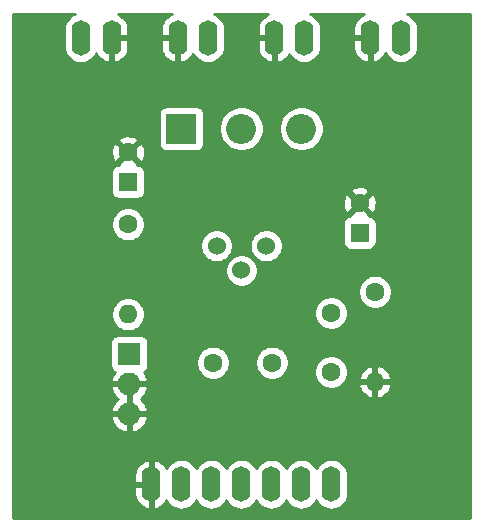
<source format=gbr>
G04 #@! TF.GenerationSoftware,KiCad,Pcbnew,(5.1.5-0-10_14)*
G04 #@! TF.CreationDate,2021-09-14T17:31:05+02:00*
G04 #@! TF.ProjectId,npnium,6e706e69-756d-42e6-9b69-6361645f7063,rev?*
G04 #@! TF.SameCoordinates,Original*
G04 #@! TF.FileFunction,Copper,L2,Bot*
G04 #@! TF.FilePolarity,Positive*
%FSLAX46Y46*%
G04 Gerber Fmt 4.6, Leading zero omitted, Abs format (unit mm)*
G04 Created by KiCad (PCBNEW (5.1.5-0-10_14)) date 2021-09-14 17:31:05*
%MOMM*%
%LPD*%
G04 APERTURE LIST*
%ADD10O,1.600000X3.000000*%
%ADD11O,2.540000X2.540000*%
%ADD12R,2.540000X2.540000*%
%ADD13O,1.930400X1.930400*%
%ADD14R,1.930400X1.930400*%
%ADD15O,1.600000X1.600000*%
%ADD16C,1.600000*%
%ADD17C,1.524000*%
%ADD18R,1.600000X1.600000*%
%ADD19C,0.254000*%
G04 APERTURE END LIST*
D10*
X97170000Y-70700000D03*
X94600000Y-70700000D03*
D11*
X105080000Y-78400000D03*
X100000000Y-78400000D03*
D12*
X94920000Y-78400000D03*
D13*
X90500000Y-102540000D03*
X90500000Y-100000000D03*
D14*
X90500000Y-97460000D03*
D15*
X111300000Y-99820000D03*
D16*
X111300000Y-92200000D03*
D15*
X90400000Y-94120000D03*
D16*
X90400000Y-86500000D03*
D17*
X97900000Y-88300000D03*
X100000000Y-90400000D03*
X102100000Y-88300000D03*
D10*
X107620000Y-108500000D03*
X105080000Y-108500000D03*
X102540000Y-108500000D03*
X92380000Y-108500000D03*
X94920000Y-108500000D03*
X97460000Y-108500000D03*
X100000000Y-108500000D03*
X105300000Y-70700000D03*
X113500000Y-70700000D03*
X86400000Y-70700000D03*
X102800000Y-70700000D03*
X110900000Y-70700000D03*
X89000000Y-70700000D03*
D16*
X90400000Y-80400000D03*
D18*
X90400000Y-82900000D03*
D16*
X110000000Y-84700000D03*
D18*
X110000000Y-87200000D03*
D16*
X107600000Y-94000000D03*
X107600000Y-99000000D03*
X102600000Y-98200000D03*
X97600000Y-98200000D03*
D19*
G36*
X85848192Y-68667818D02*
G01*
X85598899Y-68801068D01*
X85380392Y-68980393D01*
X85201068Y-69198900D01*
X85067818Y-69448193D01*
X84985764Y-69718692D01*
X84965000Y-69929509D01*
X84965000Y-71470492D01*
X84985764Y-71681309D01*
X85067819Y-71951808D01*
X85201069Y-72201101D01*
X85380393Y-72419608D01*
X85598900Y-72598932D01*
X85848193Y-72732182D01*
X86118692Y-72814236D01*
X86400000Y-72841943D01*
X86681309Y-72814236D01*
X86951808Y-72732182D01*
X87201101Y-72598932D01*
X87419608Y-72419608D01*
X87598932Y-72201101D01*
X87700515Y-72011053D01*
X87722834Y-72066483D01*
X87877399Y-72302839D01*
X88075105Y-72504500D01*
X88308354Y-72663715D01*
X88568182Y-72774367D01*
X88650961Y-72791904D01*
X88873000Y-72669915D01*
X88873000Y-70827000D01*
X89127000Y-70827000D01*
X89127000Y-72669915D01*
X89349039Y-72791904D01*
X89431818Y-72774367D01*
X89691646Y-72663715D01*
X89924895Y-72504500D01*
X90122601Y-72302839D01*
X90277166Y-72066483D01*
X90382650Y-71804514D01*
X90435000Y-71527000D01*
X90435000Y-70827000D01*
X93165000Y-70827000D01*
X93165000Y-71527000D01*
X93217350Y-71804514D01*
X93322834Y-72066483D01*
X93477399Y-72302839D01*
X93675105Y-72504500D01*
X93908354Y-72663715D01*
X94168182Y-72774367D01*
X94250961Y-72791904D01*
X94473000Y-72669915D01*
X94473000Y-70827000D01*
X93165000Y-70827000D01*
X90435000Y-70827000D01*
X89127000Y-70827000D01*
X88873000Y-70827000D01*
X88853000Y-70827000D01*
X88853000Y-70573000D01*
X88873000Y-70573000D01*
X88873000Y-70553000D01*
X89127000Y-70553000D01*
X89127000Y-70573000D01*
X90435000Y-70573000D01*
X90435000Y-69873000D01*
X90382650Y-69595486D01*
X90277166Y-69333517D01*
X90122601Y-69097161D01*
X89924895Y-68895500D01*
X89691646Y-68736285D01*
X89512517Y-68660000D01*
X94087483Y-68660000D01*
X93908354Y-68736285D01*
X93675105Y-68895500D01*
X93477399Y-69097161D01*
X93322834Y-69333517D01*
X93217350Y-69595486D01*
X93165000Y-69873000D01*
X93165000Y-70573000D01*
X94473000Y-70573000D01*
X94473000Y-70553000D01*
X94727000Y-70553000D01*
X94727000Y-70573000D01*
X94747000Y-70573000D01*
X94747000Y-70827000D01*
X94727000Y-70827000D01*
X94727000Y-72669915D01*
X94949039Y-72791904D01*
X95031818Y-72774367D01*
X95291646Y-72663715D01*
X95524895Y-72504500D01*
X95722601Y-72302839D01*
X95877166Y-72066483D01*
X95886596Y-72043063D01*
X95971069Y-72201101D01*
X96150393Y-72419608D01*
X96368900Y-72598932D01*
X96618193Y-72732182D01*
X96888692Y-72814236D01*
X97170000Y-72841943D01*
X97451309Y-72814236D01*
X97721808Y-72732182D01*
X97971101Y-72598932D01*
X98189608Y-72419608D01*
X98368932Y-72201101D01*
X98502182Y-71951808D01*
X98584236Y-71681309D01*
X98605000Y-71470492D01*
X98605000Y-70827000D01*
X101365000Y-70827000D01*
X101365000Y-71527000D01*
X101417350Y-71804514D01*
X101522834Y-72066483D01*
X101677399Y-72302839D01*
X101875105Y-72504500D01*
X102108354Y-72663715D01*
X102368182Y-72774367D01*
X102450961Y-72791904D01*
X102673000Y-72669915D01*
X102673000Y-70827000D01*
X101365000Y-70827000D01*
X98605000Y-70827000D01*
X98605000Y-69929508D01*
X98584236Y-69718691D01*
X98502182Y-69448192D01*
X98368932Y-69198899D01*
X98189607Y-68980392D01*
X97971100Y-68801068D01*
X97721807Y-68667818D01*
X97696034Y-68660000D01*
X102287483Y-68660000D01*
X102108354Y-68736285D01*
X101875105Y-68895500D01*
X101677399Y-69097161D01*
X101522834Y-69333517D01*
X101417350Y-69595486D01*
X101365000Y-69873000D01*
X101365000Y-70573000D01*
X102673000Y-70573000D01*
X102673000Y-70553000D01*
X102927000Y-70553000D01*
X102927000Y-70573000D01*
X102947000Y-70573000D01*
X102947000Y-70827000D01*
X102927000Y-70827000D01*
X102927000Y-72669915D01*
X103149039Y-72791904D01*
X103231818Y-72774367D01*
X103491646Y-72663715D01*
X103724895Y-72504500D01*
X103922601Y-72302839D01*
X104050725Y-72106915D01*
X104101069Y-72201101D01*
X104280393Y-72419608D01*
X104498900Y-72598932D01*
X104748193Y-72732182D01*
X105018692Y-72814236D01*
X105300000Y-72841943D01*
X105581309Y-72814236D01*
X105851808Y-72732182D01*
X106101101Y-72598932D01*
X106319608Y-72419608D01*
X106498932Y-72201101D01*
X106632182Y-71951808D01*
X106714236Y-71681309D01*
X106735000Y-71470492D01*
X106735000Y-70827000D01*
X109465000Y-70827000D01*
X109465000Y-71527000D01*
X109517350Y-71804514D01*
X109622834Y-72066483D01*
X109777399Y-72302839D01*
X109975105Y-72504500D01*
X110208354Y-72663715D01*
X110468182Y-72774367D01*
X110550961Y-72791904D01*
X110773000Y-72669915D01*
X110773000Y-70827000D01*
X109465000Y-70827000D01*
X106735000Y-70827000D01*
X106735000Y-69929508D01*
X106714236Y-69718691D01*
X106632182Y-69448192D01*
X106498932Y-69198899D01*
X106319607Y-68980392D01*
X106101100Y-68801068D01*
X105851807Y-68667818D01*
X105826034Y-68660000D01*
X110387483Y-68660000D01*
X110208354Y-68736285D01*
X109975105Y-68895500D01*
X109777399Y-69097161D01*
X109622834Y-69333517D01*
X109517350Y-69595486D01*
X109465000Y-69873000D01*
X109465000Y-70573000D01*
X110773000Y-70573000D01*
X110773000Y-70553000D01*
X111027000Y-70553000D01*
X111027000Y-70573000D01*
X111047000Y-70573000D01*
X111047000Y-70827000D01*
X111027000Y-70827000D01*
X111027000Y-72669915D01*
X111249039Y-72791904D01*
X111331818Y-72774367D01*
X111591646Y-72663715D01*
X111824895Y-72504500D01*
X112022601Y-72302839D01*
X112177166Y-72066483D01*
X112199486Y-72011052D01*
X112301069Y-72201101D01*
X112480393Y-72419608D01*
X112698900Y-72598932D01*
X112948193Y-72732182D01*
X113218692Y-72814236D01*
X113500000Y-72841943D01*
X113781309Y-72814236D01*
X114051808Y-72732182D01*
X114301101Y-72598932D01*
X114519608Y-72419608D01*
X114698932Y-72201101D01*
X114832182Y-71951808D01*
X114914236Y-71681309D01*
X114935000Y-71470492D01*
X114935000Y-69929508D01*
X114914236Y-69718691D01*
X114832182Y-69448192D01*
X114698932Y-69198899D01*
X114519607Y-68980392D01*
X114301100Y-68801068D01*
X114051807Y-68667818D01*
X114026034Y-68660000D01*
X119340000Y-68660000D01*
X119340001Y-111340000D01*
X80660000Y-111340000D01*
X80660000Y-108627000D01*
X90945000Y-108627000D01*
X90945000Y-109327000D01*
X90997350Y-109604514D01*
X91102834Y-109866483D01*
X91257399Y-110102839D01*
X91455105Y-110304500D01*
X91688354Y-110463715D01*
X91948182Y-110574367D01*
X92030961Y-110591904D01*
X92253000Y-110469915D01*
X92253000Y-108627000D01*
X90945000Y-108627000D01*
X80660000Y-108627000D01*
X80660000Y-107673000D01*
X90945000Y-107673000D01*
X90945000Y-108373000D01*
X92253000Y-108373000D01*
X92253000Y-106530085D01*
X92507000Y-106530085D01*
X92507000Y-108373000D01*
X92527000Y-108373000D01*
X92527000Y-108627000D01*
X92507000Y-108627000D01*
X92507000Y-110469915D01*
X92729039Y-110591904D01*
X92811818Y-110574367D01*
X93071646Y-110463715D01*
X93304895Y-110304500D01*
X93502601Y-110102839D01*
X93652735Y-109873258D01*
X93721069Y-110001101D01*
X93900393Y-110219608D01*
X94118900Y-110398932D01*
X94368193Y-110532182D01*
X94638692Y-110614236D01*
X94920000Y-110641943D01*
X95201309Y-110614236D01*
X95471808Y-110532182D01*
X95721101Y-110398932D01*
X95939608Y-110219608D01*
X96118932Y-110001101D01*
X96190001Y-109868141D01*
X96261069Y-110001101D01*
X96440393Y-110219608D01*
X96658900Y-110398932D01*
X96908193Y-110532182D01*
X97178692Y-110614236D01*
X97460000Y-110641943D01*
X97741309Y-110614236D01*
X98011808Y-110532182D01*
X98261101Y-110398932D01*
X98479608Y-110219608D01*
X98658932Y-110001101D01*
X98730001Y-109868141D01*
X98801069Y-110001101D01*
X98980393Y-110219608D01*
X99198900Y-110398932D01*
X99448193Y-110532182D01*
X99718692Y-110614236D01*
X100000000Y-110641943D01*
X100281309Y-110614236D01*
X100551808Y-110532182D01*
X100801101Y-110398932D01*
X101019608Y-110219608D01*
X101198932Y-110001101D01*
X101270001Y-109868141D01*
X101341069Y-110001101D01*
X101520393Y-110219608D01*
X101738900Y-110398932D01*
X101988193Y-110532182D01*
X102258692Y-110614236D01*
X102540000Y-110641943D01*
X102821309Y-110614236D01*
X103091808Y-110532182D01*
X103341101Y-110398932D01*
X103559608Y-110219608D01*
X103738932Y-110001101D01*
X103810001Y-109868141D01*
X103881069Y-110001101D01*
X104060393Y-110219608D01*
X104278900Y-110398932D01*
X104528193Y-110532182D01*
X104798692Y-110614236D01*
X105080000Y-110641943D01*
X105361309Y-110614236D01*
X105631808Y-110532182D01*
X105881101Y-110398932D01*
X106099608Y-110219608D01*
X106278932Y-110001101D01*
X106350001Y-109868141D01*
X106421069Y-110001101D01*
X106600393Y-110219608D01*
X106818900Y-110398932D01*
X107068193Y-110532182D01*
X107338692Y-110614236D01*
X107620000Y-110641943D01*
X107901309Y-110614236D01*
X108171808Y-110532182D01*
X108421101Y-110398932D01*
X108639608Y-110219608D01*
X108818932Y-110001101D01*
X108952182Y-109751808D01*
X109034236Y-109481309D01*
X109055000Y-109270492D01*
X109055000Y-107729508D01*
X109034236Y-107518691D01*
X108952182Y-107248192D01*
X108818932Y-106998899D01*
X108639607Y-106780392D01*
X108421100Y-106601068D01*
X108171807Y-106467818D01*
X107901308Y-106385764D01*
X107620000Y-106358057D01*
X107338691Y-106385764D01*
X107068192Y-106467818D01*
X106818899Y-106601068D01*
X106600392Y-106780393D01*
X106421068Y-106998900D01*
X106350000Y-107131858D01*
X106278932Y-106998899D01*
X106099607Y-106780392D01*
X105881100Y-106601068D01*
X105631807Y-106467818D01*
X105361308Y-106385764D01*
X105080000Y-106358057D01*
X104798691Y-106385764D01*
X104528192Y-106467818D01*
X104278899Y-106601068D01*
X104060392Y-106780393D01*
X103881068Y-106998900D01*
X103810000Y-107131858D01*
X103738932Y-106998899D01*
X103559607Y-106780392D01*
X103341100Y-106601068D01*
X103091807Y-106467818D01*
X102821308Y-106385764D01*
X102540000Y-106358057D01*
X102258691Y-106385764D01*
X101988192Y-106467818D01*
X101738899Y-106601068D01*
X101520392Y-106780393D01*
X101341068Y-106998900D01*
X101270000Y-107131858D01*
X101198932Y-106998899D01*
X101019607Y-106780392D01*
X100801100Y-106601068D01*
X100551807Y-106467818D01*
X100281308Y-106385764D01*
X100000000Y-106358057D01*
X99718691Y-106385764D01*
X99448192Y-106467818D01*
X99198899Y-106601068D01*
X98980392Y-106780393D01*
X98801068Y-106998900D01*
X98730000Y-107131858D01*
X98658932Y-106998899D01*
X98479607Y-106780392D01*
X98261100Y-106601068D01*
X98011807Y-106467818D01*
X97741308Y-106385764D01*
X97460000Y-106358057D01*
X97178691Y-106385764D01*
X96908192Y-106467818D01*
X96658899Y-106601068D01*
X96440392Y-106780393D01*
X96261068Y-106998900D01*
X96190000Y-107131858D01*
X96118932Y-106998899D01*
X95939607Y-106780392D01*
X95721100Y-106601068D01*
X95471807Y-106467818D01*
X95201308Y-106385764D01*
X94920000Y-106358057D01*
X94638691Y-106385764D01*
X94368192Y-106467818D01*
X94118899Y-106601068D01*
X93900392Y-106780393D01*
X93721068Y-106998900D01*
X93652735Y-107126742D01*
X93502601Y-106897161D01*
X93304895Y-106695500D01*
X93071646Y-106536285D01*
X92811818Y-106425633D01*
X92729039Y-106408096D01*
X92507000Y-106530085D01*
X92253000Y-106530085D01*
X92030961Y-106408096D01*
X91948182Y-106425633D01*
X91688354Y-106536285D01*
X91455105Y-106695500D01*
X91257399Y-106897161D01*
X91102834Y-107133517D01*
X90997350Y-107395486D01*
X90945000Y-107673000D01*
X80660000Y-107673000D01*
X80660000Y-102914974D01*
X88944349Y-102914974D01*
X89047394Y-103211261D01*
X89206262Y-103481752D01*
X89414848Y-103716052D01*
X89665135Y-103905157D01*
X89947506Y-104041800D01*
X90125027Y-104095646D01*
X90373000Y-103975844D01*
X90373000Y-102667000D01*
X90627000Y-102667000D01*
X90627000Y-103975844D01*
X90874973Y-104095646D01*
X91052494Y-104041800D01*
X91334865Y-103905157D01*
X91585152Y-103716052D01*
X91793738Y-103481752D01*
X91952606Y-103211261D01*
X92055651Y-102914974D01*
X91936407Y-102667000D01*
X90627000Y-102667000D01*
X90373000Y-102667000D01*
X89063593Y-102667000D01*
X88944349Y-102914974D01*
X80660000Y-102914974D01*
X80660000Y-100374974D01*
X88944349Y-100374974D01*
X89047394Y-100671261D01*
X89206262Y-100941752D01*
X89414848Y-101176052D01*
X89539191Y-101270000D01*
X89414848Y-101363948D01*
X89206262Y-101598248D01*
X89047394Y-101868739D01*
X88944349Y-102165026D01*
X89063593Y-102413000D01*
X90373000Y-102413000D01*
X90373000Y-100127000D01*
X90627000Y-100127000D01*
X90627000Y-102413000D01*
X91936407Y-102413000D01*
X92055651Y-102165026D01*
X91952606Y-101868739D01*
X91793738Y-101598248D01*
X91585152Y-101363948D01*
X91460809Y-101270000D01*
X91585152Y-101176052D01*
X91793738Y-100941752D01*
X91952606Y-100671261D01*
X92055651Y-100374974D01*
X91936407Y-100127000D01*
X90627000Y-100127000D01*
X90373000Y-100127000D01*
X89063593Y-100127000D01*
X88944349Y-100374974D01*
X80660000Y-100374974D01*
X80660000Y-96494800D01*
X88896728Y-96494800D01*
X88896728Y-98425200D01*
X88908988Y-98549682D01*
X88945298Y-98669380D01*
X89004263Y-98779694D01*
X89083615Y-98876385D01*
X89180306Y-98955737D01*
X89259729Y-98998190D01*
X89206262Y-99058248D01*
X89047394Y-99328739D01*
X88944349Y-99625026D01*
X89063593Y-99873000D01*
X90373000Y-99873000D01*
X90373000Y-99853000D01*
X90627000Y-99853000D01*
X90627000Y-99873000D01*
X91936407Y-99873000D01*
X92055651Y-99625026D01*
X91952606Y-99328739D01*
X91793738Y-99058248D01*
X91740271Y-98998190D01*
X91819694Y-98955737D01*
X91916385Y-98876385D01*
X91995737Y-98779694D01*
X92054702Y-98669380D01*
X92091012Y-98549682D01*
X92103272Y-98425200D01*
X92103272Y-98058665D01*
X96165000Y-98058665D01*
X96165000Y-98341335D01*
X96220147Y-98618574D01*
X96328320Y-98879727D01*
X96485363Y-99114759D01*
X96685241Y-99314637D01*
X96920273Y-99471680D01*
X97181426Y-99579853D01*
X97458665Y-99635000D01*
X97741335Y-99635000D01*
X98018574Y-99579853D01*
X98279727Y-99471680D01*
X98514759Y-99314637D01*
X98714637Y-99114759D01*
X98871680Y-98879727D01*
X98979853Y-98618574D01*
X99035000Y-98341335D01*
X99035000Y-98058665D01*
X101165000Y-98058665D01*
X101165000Y-98341335D01*
X101220147Y-98618574D01*
X101328320Y-98879727D01*
X101485363Y-99114759D01*
X101685241Y-99314637D01*
X101920273Y-99471680D01*
X102181426Y-99579853D01*
X102458665Y-99635000D01*
X102741335Y-99635000D01*
X103018574Y-99579853D01*
X103279727Y-99471680D01*
X103514759Y-99314637D01*
X103714637Y-99114759D01*
X103871680Y-98879727D01*
X103880404Y-98858665D01*
X106165000Y-98858665D01*
X106165000Y-99141335D01*
X106220147Y-99418574D01*
X106328320Y-99679727D01*
X106485363Y-99914759D01*
X106685241Y-100114637D01*
X106920273Y-100271680D01*
X107181426Y-100379853D01*
X107458665Y-100435000D01*
X107741335Y-100435000D01*
X108018574Y-100379853D01*
X108279727Y-100271680D01*
X108433338Y-100169040D01*
X109908091Y-100169040D01*
X110002930Y-100433881D01*
X110147615Y-100675131D01*
X110336586Y-100883519D01*
X110562580Y-101051037D01*
X110816913Y-101171246D01*
X110950961Y-101211904D01*
X111173000Y-101089915D01*
X111173000Y-99947000D01*
X111427000Y-99947000D01*
X111427000Y-101089915D01*
X111649039Y-101211904D01*
X111783087Y-101171246D01*
X112037420Y-101051037D01*
X112263414Y-100883519D01*
X112452385Y-100675131D01*
X112597070Y-100433881D01*
X112691909Y-100169040D01*
X112570624Y-99947000D01*
X111427000Y-99947000D01*
X111173000Y-99947000D01*
X110029376Y-99947000D01*
X109908091Y-100169040D01*
X108433338Y-100169040D01*
X108514759Y-100114637D01*
X108714637Y-99914759D01*
X108871680Y-99679727D01*
X108958154Y-99470960D01*
X109908091Y-99470960D01*
X110029376Y-99693000D01*
X111173000Y-99693000D01*
X111173000Y-98550085D01*
X111427000Y-98550085D01*
X111427000Y-99693000D01*
X112570624Y-99693000D01*
X112691909Y-99470960D01*
X112597070Y-99206119D01*
X112452385Y-98964869D01*
X112263414Y-98756481D01*
X112037420Y-98588963D01*
X111783087Y-98468754D01*
X111649039Y-98428096D01*
X111427000Y-98550085D01*
X111173000Y-98550085D01*
X110950961Y-98428096D01*
X110816913Y-98468754D01*
X110562580Y-98588963D01*
X110336586Y-98756481D01*
X110147615Y-98964869D01*
X110002930Y-99206119D01*
X109908091Y-99470960D01*
X108958154Y-99470960D01*
X108979853Y-99418574D01*
X109035000Y-99141335D01*
X109035000Y-98858665D01*
X108979853Y-98581426D01*
X108871680Y-98320273D01*
X108714637Y-98085241D01*
X108514759Y-97885363D01*
X108279727Y-97728320D01*
X108018574Y-97620147D01*
X107741335Y-97565000D01*
X107458665Y-97565000D01*
X107181426Y-97620147D01*
X106920273Y-97728320D01*
X106685241Y-97885363D01*
X106485363Y-98085241D01*
X106328320Y-98320273D01*
X106220147Y-98581426D01*
X106165000Y-98858665D01*
X103880404Y-98858665D01*
X103979853Y-98618574D01*
X104035000Y-98341335D01*
X104035000Y-98058665D01*
X103979853Y-97781426D01*
X103871680Y-97520273D01*
X103714637Y-97285241D01*
X103514759Y-97085363D01*
X103279727Y-96928320D01*
X103018574Y-96820147D01*
X102741335Y-96765000D01*
X102458665Y-96765000D01*
X102181426Y-96820147D01*
X101920273Y-96928320D01*
X101685241Y-97085363D01*
X101485363Y-97285241D01*
X101328320Y-97520273D01*
X101220147Y-97781426D01*
X101165000Y-98058665D01*
X99035000Y-98058665D01*
X98979853Y-97781426D01*
X98871680Y-97520273D01*
X98714637Y-97285241D01*
X98514759Y-97085363D01*
X98279727Y-96928320D01*
X98018574Y-96820147D01*
X97741335Y-96765000D01*
X97458665Y-96765000D01*
X97181426Y-96820147D01*
X96920273Y-96928320D01*
X96685241Y-97085363D01*
X96485363Y-97285241D01*
X96328320Y-97520273D01*
X96220147Y-97781426D01*
X96165000Y-98058665D01*
X92103272Y-98058665D01*
X92103272Y-96494800D01*
X92091012Y-96370318D01*
X92054702Y-96250620D01*
X91995737Y-96140306D01*
X91916385Y-96043615D01*
X91819694Y-95964263D01*
X91709380Y-95905298D01*
X91589682Y-95868988D01*
X91465200Y-95856728D01*
X89534800Y-95856728D01*
X89410318Y-95868988D01*
X89290620Y-95905298D01*
X89180306Y-95964263D01*
X89083615Y-96043615D01*
X89004263Y-96140306D01*
X88945298Y-96250620D01*
X88908988Y-96370318D01*
X88896728Y-96494800D01*
X80660000Y-96494800D01*
X80660000Y-93978665D01*
X88965000Y-93978665D01*
X88965000Y-94261335D01*
X89020147Y-94538574D01*
X89128320Y-94799727D01*
X89285363Y-95034759D01*
X89485241Y-95234637D01*
X89720273Y-95391680D01*
X89981426Y-95499853D01*
X90258665Y-95555000D01*
X90541335Y-95555000D01*
X90818574Y-95499853D01*
X91079727Y-95391680D01*
X91314759Y-95234637D01*
X91514637Y-95034759D01*
X91671680Y-94799727D01*
X91779853Y-94538574D01*
X91835000Y-94261335D01*
X91835000Y-93978665D01*
X91811131Y-93858665D01*
X106165000Y-93858665D01*
X106165000Y-94141335D01*
X106220147Y-94418574D01*
X106328320Y-94679727D01*
X106485363Y-94914759D01*
X106685241Y-95114637D01*
X106920273Y-95271680D01*
X107181426Y-95379853D01*
X107458665Y-95435000D01*
X107741335Y-95435000D01*
X108018574Y-95379853D01*
X108279727Y-95271680D01*
X108514759Y-95114637D01*
X108714637Y-94914759D01*
X108871680Y-94679727D01*
X108979853Y-94418574D01*
X109035000Y-94141335D01*
X109035000Y-93858665D01*
X108979853Y-93581426D01*
X108871680Y-93320273D01*
X108714637Y-93085241D01*
X108514759Y-92885363D01*
X108279727Y-92728320D01*
X108018574Y-92620147D01*
X107741335Y-92565000D01*
X107458665Y-92565000D01*
X107181426Y-92620147D01*
X106920273Y-92728320D01*
X106685241Y-92885363D01*
X106485363Y-93085241D01*
X106328320Y-93320273D01*
X106220147Y-93581426D01*
X106165000Y-93858665D01*
X91811131Y-93858665D01*
X91779853Y-93701426D01*
X91671680Y-93440273D01*
X91514637Y-93205241D01*
X91314759Y-93005363D01*
X91079727Y-92848320D01*
X90818574Y-92740147D01*
X90541335Y-92685000D01*
X90258665Y-92685000D01*
X89981426Y-92740147D01*
X89720273Y-92848320D01*
X89485241Y-93005363D01*
X89285363Y-93205241D01*
X89128320Y-93440273D01*
X89020147Y-93701426D01*
X88965000Y-93978665D01*
X80660000Y-93978665D01*
X80660000Y-92058665D01*
X109865000Y-92058665D01*
X109865000Y-92341335D01*
X109920147Y-92618574D01*
X110028320Y-92879727D01*
X110185363Y-93114759D01*
X110385241Y-93314637D01*
X110620273Y-93471680D01*
X110881426Y-93579853D01*
X111158665Y-93635000D01*
X111441335Y-93635000D01*
X111718574Y-93579853D01*
X111979727Y-93471680D01*
X112214759Y-93314637D01*
X112414637Y-93114759D01*
X112571680Y-92879727D01*
X112679853Y-92618574D01*
X112735000Y-92341335D01*
X112735000Y-92058665D01*
X112679853Y-91781426D01*
X112571680Y-91520273D01*
X112414637Y-91285241D01*
X112214759Y-91085363D01*
X111979727Y-90928320D01*
X111718574Y-90820147D01*
X111441335Y-90765000D01*
X111158665Y-90765000D01*
X110881426Y-90820147D01*
X110620273Y-90928320D01*
X110385241Y-91085363D01*
X110185363Y-91285241D01*
X110028320Y-91520273D01*
X109920147Y-91781426D01*
X109865000Y-92058665D01*
X80660000Y-92058665D01*
X80660000Y-90262408D01*
X98603000Y-90262408D01*
X98603000Y-90537592D01*
X98656686Y-90807490D01*
X98761995Y-91061727D01*
X98914880Y-91290535D01*
X99109465Y-91485120D01*
X99338273Y-91638005D01*
X99592510Y-91743314D01*
X99862408Y-91797000D01*
X100137592Y-91797000D01*
X100407490Y-91743314D01*
X100661727Y-91638005D01*
X100890535Y-91485120D01*
X101085120Y-91290535D01*
X101238005Y-91061727D01*
X101343314Y-90807490D01*
X101397000Y-90537592D01*
X101397000Y-90262408D01*
X101343314Y-89992510D01*
X101238005Y-89738273D01*
X101085120Y-89509465D01*
X100890535Y-89314880D01*
X100661727Y-89161995D01*
X100407490Y-89056686D01*
X100137592Y-89003000D01*
X99862408Y-89003000D01*
X99592510Y-89056686D01*
X99338273Y-89161995D01*
X99109465Y-89314880D01*
X98914880Y-89509465D01*
X98761995Y-89738273D01*
X98656686Y-89992510D01*
X98603000Y-90262408D01*
X80660000Y-90262408D01*
X80660000Y-88162408D01*
X96503000Y-88162408D01*
X96503000Y-88437592D01*
X96556686Y-88707490D01*
X96661995Y-88961727D01*
X96814880Y-89190535D01*
X97009465Y-89385120D01*
X97238273Y-89538005D01*
X97492510Y-89643314D01*
X97762408Y-89697000D01*
X98037592Y-89697000D01*
X98307490Y-89643314D01*
X98561727Y-89538005D01*
X98790535Y-89385120D01*
X98985120Y-89190535D01*
X99138005Y-88961727D01*
X99243314Y-88707490D01*
X99297000Y-88437592D01*
X99297000Y-88162408D01*
X100703000Y-88162408D01*
X100703000Y-88437592D01*
X100756686Y-88707490D01*
X100861995Y-88961727D01*
X101014880Y-89190535D01*
X101209465Y-89385120D01*
X101438273Y-89538005D01*
X101692510Y-89643314D01*
X101962408Y-89697000D01*
X102237592Y-89697000D01*
X102507490Y-89643314D01*
X102761727Y-89538005D01*
X102990535Y-89385120D01*
X103185120Y-89190535D01*
X103338005Y-88961727D01*
X103443314Y-88707490D01*
X103497000Y-88437592D01*
X103497000Y-88162408D01*
X103443314Y-87892510D01*
X103338005Y-87638273D01*
X103185120Y-87409465D01*
X102990535Y-87214880D01*
X102761727Y-87061995D01*
X102507490Y-86956686D01*
X102237592Y-86903000D01*
X101962408Y-86903000D01*
X101692510Y-86956686D01*
X101438273Y-87061995D01*
X101209465Y-87214880D01*
X101014880Y-87409465D01*
X100861995Y-87638273D01*
X100756686Y-87892510D01*
X100703000Y-88162408D01*
X99297000Y-88162408D01*
X99243314Y-87892510D01*
X99138005Y-87638273D01*
X98985120Y-87409465D01*
X98790535Y-87214880D01*
X98561727Y-87061995D01*
X98307490Y-86956686D01*
X98037592Y-86903000D01*
X97762408Y-86903000D01*
X97492510Y-86956686D01*
X97238273Y-87061995D01*
X97009465Y-87214880D01*
X96814880Y-87409465D01*
X96661995Y-87638273D01*
X96556686Y-87892510D01*
X96503000Y-88162408D01*
X80660000Y-88162408D01*
X80660000Y-86358665D01*
X88965000Y-86358665D01*
X88965000Y-86641335D01*
X89020147Y-86918574D01*
X89128320Y-87179727D01*
X89285363Y-87414759D01*
X89485241Y-87614637D01*
X89720273Y-87771680D01*
X89981426Y-87879853D01*
X90258665Y-87935000D01*
X90541335Y-87935000D01*
X90818574Y-87879853D01*
X91079727Y-87771680D01*
X91314759Y-87614637D01*
X91514637Y-87414759D01*
X91671680Y-87179727D01*
X91779853Y-86918574D01*
X91835000Y-86641335D01*
X91835000Y-86400000D01*
X108561928Y-86400000D01*
X108561928Y-88000000D01*
X108574188Y-88124482D01*
X108610498Y-88244180D01*
X108669463Y-88354494D01*
X108748815Y-88451185D01*
X108845506Y-88530537D01*
X108955820Y-88589502D01*
X109075518Y-88625812D01*
X109200000Y-88638072D01*
X110800000Y-88638072D01*
X110924482Y-88625812D01*
X111044180Y-88589502D01*
X111154494Y-88530537D01*
X111251185Y-88451185D01*
X111330537Y-88354494D01*
X111389502Y-88244180D01*
X111425812Y-88124482D01*
X111438072Y-88000000D01*
X111438072Y-86400000D01*
X111425812Y-86275518D01*
X111389502Y-86155820D01*
X111330537Y-86045506D01*
X111251185Y-85948815D01*
X111154494Y-85869463D01*
X111044180Y-85810498D01*
X110924482Y-85774188D01*
X110800000Y-85761928D01*
X110792785Y-85761928D01*
X110813097Y-85692702D01*
X110000000Y-84879605D01*
X109186903Y-85692702D01*
X109207215Y-85761928D01*
X109200000Y-85761928D01*
X109075518Y-85774188D01*
X108955820Y-85810498D01*
X108845506Y-85869463D01*
X108748815Y-85948815D01*
X108669463Y-86045506D01*
X108610498Y-86155820D01*
X108574188Y-86275518D01*
X108561928Y-86400000D01*
X91835000Y-86400000D01*
X91835000Y-86358665D01*
X91779853Y-86081426D01*
X91671680Y-85820273D01*
X91514637Y-85585241D01*
X91314759Y-85385363D01*
X91079727Y-85228320D01*
X90818574Y-85120147D01*
X90541335Y-85065000D01*
X90258665Y-85065000D01*
X89981426Y-85120147D01*
X89720273Y-85228320D01*
X89485241Y-85385363D01*
X89285363Y-85585241D01*
X89128320Y-85820273D01*
X89020147Y-86081426D01*
X88965000Y-86358665D01*
X80660000Y-86358665D01*
X80660000Y-84770512D01*
X108559783Y-84770512D01*
X108601213Y-85050130D01*
X108696397Y-85316292D01*
X108763329Y-85441514D01*
X109007298Y-85513097D01*
X109820395Y-84700000D01*
X110179605Y-84700000D01*
X110992702Y-85513097D01*
X111236671Y-85441514D01*
X111357571Y-85186004D01*
X111426300Y-84911816D01*
X111440217Y-84629488D01*
X111398787Y-84349870D01*
X111303603Y-84083708D01*
X111236671Y-83958486D01*
X110992702Y-83886903D01*
X110179605Y-84700000D01*
X109820395Y-84700000D01*
X109007298Y-83886903D01*
X108763329Y-83958486D01*
X108642429Y-84213996D01*
X108573700Y-84488184D01*
X108559783Y-84770512D01*
X80660000Y-84770512D01*
X80660000Y-82100000D01*
X88961928Y-82100000D01*
X88961928Y-83700000D01*
X88974188Y-83824482D01*
X89010498Y-83944180D01*
X89069463Y-84054494D01*
X89148815Y-84151185D01*
X89245506Y-84230537D01*
X89355820Y-84289502D01*
X89475518Y-84325812D01*
X89600000Y-84338072D01*
X91200000Y-84338072D01*
X91324482Y-84325812D01*
X91444180Y-84289502D01*
X91554494Y-84230537D01*
X91651185Y-84151185D01*
X91730537Y-84054494D01*
X91789502Y-83944180D01*
X91825812Y-83824482D01*
X91837353Y-83707298D01*
X109186903Y-83707298D01*
X110000000Y-84520395D01*
X110813097Y-83707298D01*
X110741514Y-83463329D01*
X110486004Y-83342429D01*
X110211816Y-83273700D01*
X109929488Y-83259783D01*
X109649870Y-83301213D01*
X109383708Y-83396397D01*
X109258486Y-83463329D01*
X109186903Y-83707298D01*
X91837353Y-83707298D01*
X91838072Y-83700000D01*
X91838072Y-82100000D01*
X91825812Y-81975518D01*
X91789502Y-81855820D01*
X91730537Y-81745506D01*
X91651185Y-81648815D01*
X91554494Y-81569463D01*
X91444180Y-81510498D01*
X91324482Y-81474188D01*
X91200000Y-81461928D01*
X91192785Y-81461928D01*
X91213097Y-81392702D01*
X90400000Y-80579605D01*
X89586903Y-81392702D01*
X89607215Y-81461928D01*
X89600000Y-81461928D01*
X89475518Y-81474188D01*
X89355820Y-81510498D01*
X89245506Y-81569463D01*
X89148815Y-81648815D01*
X89069463Y-81745506D01*
X89010498Y-81855820D01*
X88974188Y-81975518D01*
X88961928Y-82100000D01*
X80660000Y-82100000D01*
X80660000Y-80470512D01*
X88959783Y-80470512D01*
X89001213Y-80750130D01*
X89096397Y-81016292D01*
X89163329Y-81141514D01*
X89407298Y-81213097D01*
X90220395Y-80400000D01*
X90579605Y-80400000D01*
X91392702Y-81213097D01*
X91636671Y-81141514D01*
X91757571Y-80886004D01*
X91826300Y-80611816D01*
X91840217Y-80329488D01*
X91798787Y-80049870D01*
X91703603Y-79783708D01*
X91636671Y-79658486D01*
X91392702Y-79586903D01*
X90579605Y-80400000D01*
X90220395Y-80400000D01*
X89407298Y-79586903D01*
X89163329Y-79658486D01*
X89042429Y-79913996D01*
X88973700Y-80188184D01*
X88959783Y-80470512D01*
X80660000Y-80470512D01*
X80660000Y-79407298D01*
X89586903Y-79407298D01*
X90400000Y-80220395D01*
X91213097Y-79407298D01*
X91141514Y-79163329D01*
X90886004Y-79042429D01*
X90611816Y-78973700D01*
X90329488Y-78959783D01*
X90049870Y-79001213D01*
X89783708Y-79096397D01*
X89658486Y-79163329D01*
X89586903Y-79407298D01*
X80660000Y-79407298D01*
X80660000Y-77130000D01*
X93011928Y-77130000D01*
X93011928Y-79670000D01*
X93024188Y-79794482D01*
X93060498Y-79914180D01*
X93119463Y-80024494D01*
X93198815Y-80121185D01*
X93295506Y-80200537D01*
X93405820Y-80259502D01*
X93525518Y-80295812D01*
X93650000Y-80308072D01*
X96190000Y-80308072D01*
X96314482Y-80295812D01*
X96434180Y-80259502D01*
X96544494Y-80200537D01*
X96641185Y-80121185D01*
X96720537Y-80024494D01*
X96779502Y-79914180D01*
X96815812Y-79794482D01*
X96828072Y-79670000D01*
X96828072Y-78212374D01*
X98095000Y-78212374D01*
X98095000Y-78587626D01*
X98168209Y-78955668D01*
X98311811Y-79302356D01*
X98520290Y-79614366D01*
X98785634Y-79879710D01*
X99097644Y-80088189D01*
X99444332Y-80231791D01*
X99812374Y-80305000D01*
X100187626Y-80305000D01*
X100555668Y-80231791D01*
X100902356Y-80088189D01*
X101214366Y-79879710D01*
X101479710Y-79614366D01*
X101688189Y-79302356D01*
X101831791Y-78955668D01*
X101905000Y-78587626D01*
X101905000Y-78212374D01*
X103175000Y-78212374D01*
X103175000Y-78587626D01*
X103248209Y-78955668D01*
X103391811Y-79302356D01*
X103600290Y-79614366D01*
X103865634Y-79879710D01*
X104177644Y-80088189D01*
X104524332Y-80231791D01*
X104892374Y-80305000D01*
X105267626Y-80305000D01*
X105635668Y-80231791D01*
X105982356Y-80088189D01*
X106294366Y-79879710D01*
X106559710Y-79614366D01*
X106768189Y-79302356D01*
X106911791Y-78955668D01*
X106985000Y-78587626D01*
X106985000Y-78212374D01*
X106911791Y-77844332D01*
X106768189Y-77497644D01*
X106559710Y-77185634D01*
X106294366Y-76920290D01*
X105982356Y-76711811D01*
X105635668Y-76568209D01*
X105267626Y-76495000D01*
X104892374Y-76495000D01*
X104524332Y-76568209D01*
X104177644Y-76711811D01*
X103865634Y-76920290D01*
X103600290Y-77185634D01*
X103391811Y-77497644D01*
X103248209Y-77844332D01*
X103175000Y-78212374D01*
X101905000Y-78212374D01*
X101831791Y-77844332D01*
X101688189Y-77497644D01*
X101479710Y-77185634D01*
X101214366Y-76920290D01*
X100902356Y-76711811D01*
X100555668Y-76568209D01*
X100187626Y-76495000D01*
X99812374Y-76495000D01*
X99444332Y-76568209D01*
X99097644Y-76711811D01*
X98785634Y-76920290D01*
X98520290Y-77185634D01*
X98311811Y-77497644D01*
X98168209Y-77844332D01*
X98095000Y-78212374D01*
X96828072Y-78212374D01*
X96828072Y-77130000D01*
X96815812Y-77005518D01*
X96779502Y-76885820D01*
X96720537Y-76775506D01*
X96641185Y-76678815D01*
X96544494Y-76599463D01*
X96434180Y-76540498D01*
X96314482Y-76504188D01*
X96190000Y-76491928D01*
X93650000Y-76491928D01*
X93525518Y-76504188D01*
X93405820Y-76540498D01*
X93295506Y-76599463D01*
X93198815Y-76678815D01*
X93119463Y-76775506D01*
X93060498Y-76885820D01*
X93024188Y-77005518D01*
X93011928Y-77130000D01*
X80660000Y-77130000D01*
X80660000Y-68660000D01*
X85873965Y-68660000D01*
X85848192Y-68667818D01*
G37*
X85848192Y-68667818D02*
X85598899Y-68801068D01*
X85380392Y-68980393D01*
X85201068Y-69198900D01*
X85067818Y-69448193D01*
X84985764Y-69718692D01*
X84965000Y-69929509D01*
X84965000Y-71470492D01*
X84985764Y-71681309D01*
X85067819Y-71951808D01*
X85201069Y-72201101D01*
X85380393Y-72419608D01*
X85598900Y-72598932D01*
X85848193Y-72732182D01*
X86118692Y-72814236D01*
X86400000Y-72841943D01*
X86681309Y-72814236D01*
X86951808Y-72732182D01*
X87201101Y-72598932D01*
X87419608Y-72419608D01*
X87598932Y-72201101D01*
X87700515Y-72011053D01*
X87722834Y-72066483D01*
X87877399Y-72302839D01*
X88075105Y-72504500D01*
X88308354Y-72663715D01*
X88568182Y-72774367D01*
X88650961Y-72791904D01*
X88873000Y-72669915D01*
X88873000Y-70827000D01*
X89127000Y-70827000D01*
X89127000Y-72669915D01*
X89349039Y-72791904D01*
X89431818Y-72774367D01*
X89691646Y-72663715D01*
X89924895Y-72504500D01*
X90122601Y-72302839D01*
X90277166Y-72066483D01*
X90382650Y-71804514D01*
X90435000Y-71527000D01*
X90435000Y-70827000D01*
X93165000Y-70827000D01*
X93165000Y-71527000D01*
X93217350Y-71804514D01*
X93322834Y-72066483D01*
X93477399Y-72302839D01*
X93675105Y-72504500D01*
X93908354Y-72663715D01*
X94168182Y-72774367D01*
X94250961Y-72791904D01*
X94473000Y-72669915D01*
X94473000Y-70827000D01*
X93165000Y-70827000D01*
X90435000Y-70827000D01*
X89127000Y-70827000D01*
X88873000Y-70827000D01*
X88853000Y-70827000D01*
X88853000Y-70573000D01*
X88873000Y-70573000D01*
X88873000Y-70553000D01*
X89127000Y-70553000D01*
X89127000Y-70573000D01*
X90435000Y-70573000D01*
X90435000Y-69873000D01*
X90382650Y-69595486D01*
X90277166Y-69333517D01*
X90122601Y-69097161D01*
X89924895Y-68895500D01*
X89691646Y-68736285D01*
X89512517Y-68660000D01*
X94087483Y-68660000D01*
X93908354Y-68736285D01*
X93675105Y-68895500D01*
X93477399Y-69097161D01*
X93322834Y-69333517D01*
X93217350Y-69595486D01*
X93165000Y-69873000D01*
X93165000Y-70573000D01*
X94473000Y-70573000D01*
X94473000Y-70553000D01*
X94727000Y-70553000D01*
X94727000Y-70573000D01*
X94747000Y-70573000D01*
X94747000Y-70827000D01*
X94727000Y-70827000D01*
X94727000Y-72669915D01*
X94949039Y-72791904D01*
X95031818Y-72774367D01*
X95291646Y-72663715D01*
X95524895Y-72504500D01*
X95722601Y-72302839D01*
X95877166Y-72066483D01*
X95886596Y-72043063D01*
X95971069Y-72201101D01*
X96150393Y-72419608D01*
X96368900Y-72598932D01*
X96618193Y-72732182D01*
X96888692Y-72814236D01*
X97170000Y-72841943D01*
X97451309Y-72814236D01*
X97721808Y-72732182D01*
X97971101Y-72598932D01*
X98189608Y-72419608D01*
X98368932Y-72201101D01*
X98502182Y-71951808D01*
X98584236Y-71681309D01*
X98605000Y-71470492D01*
X98605000Y-70827000D01*
X101365000Y-70827000D01*
X101365000Y-71527000D01*
X101417350Y-71804514D01*
X101522834Y-72066483D01*
X101677399Y-72302839D01*
X101875105Y-72504500D01*
X102108354Y-72663715D01*
X102368182Y-72774367D01*
X102450961Y-72791904D01*
X102673000Y-72669915D01*
X102673000Y-70827000D01*
X101365000Y-70827000D01*
X98605000Y-70827000D01*
X98605000Y-69929508D01*
X98584236Y-69718691D01*
X98502182Y-69448192D01*
X98368932Y-69198899D01*
X98189607Y-68980392D01*
X97971100Y-68801068D01*
X97721807Y-68667818D01*
X97696034Y-68660000D01*
X102287483Y-68660000D01*
X102108354Y-68736285D01*
X101875105Y-68895500D01*
X101677399Y-69097161D01*
X101522834Y-69333517D01*
X101417350Y-69595486D01*
X101365000Y-69873000D01*
X101365000Y-70573000D01*
X102673000Y-70573000D01*
X102673000Y-70553000D01*
X102927000Y-70553000D01*
X102927000Y-70573000D01*
X102947000Y-70573000D01*
X102947000Y-70827000D01*
X102927000Y-70827000D01*
X102927000Y-72669915D01*
X103149039Y-72791904D01*
X103231818Y-72774367D01*
X103491646Y-72663715D01*
X103724895Y-72504500D01*
X103922601Y-72302839D01*
X104050725Y-72106915D01*
X104101069Y-72201101D01*
X104280393Y-72419608D01*
X104498900Y-72598932D01*
X104748193Y-72732182D01*
X105018692Y-72814236D01*
X105300000Y-72841943D01*
X105581309Y-72814236D01*
X105851808Y-72732182D01*
X106101101Y-72598932D01*
X106319608Y-72419608D01*
X106498932Y-72201101D01*
X106632182Y-71951808D01*
X106714236Y-71681309D01*
X106735000Y-71470492D01*
X106735000Y-70827000D01*
X109465000Y-70827000D01*
X109465000Y-71527000D01*
X109517350Y-71804514D01*
X109622834Y-72066483D01*
X109777399Y-72302839D01*
X109975105Y-72504500D01*
X110208354Y-72663715D01*
X110468182Y-72774367D01*
X110550961Y-72791904D01*
X110773000Y-72669915D01*
X110773000Y-70827000D01*
X109465000Y-70827000D01*
X106735000Y-70827000D01*
X106735000Y-69929508D01*
X106714236Y-69718691D01*
X106632182Y-69448192D01*
X106498932Y-69198899D01*
X106319607Y-68980392D01*
X106101100Y-68801068D01*
X105851807Y-68667818D01*
X105826034Y-68660000D01*
X110387483Y-68660000D01*
X110208354Y-68736285D01*
X109975105Y-68895500D01*
X109777399Y-69097161D01*
X109622834Y-69333517D01*
X109517350Y-69595486D01*
X109465000Y-69873000D01*
X109465000Y-70573000D01*
X110773000Y-70573000D01*
X110773000Y-70553000D01*
X111027000Y-70553000D01*
X111027000Y-70573000D01*
X111047000Y-70573000D01*
X111047000Y-70827000D01*
X111027000Y-70827000D01*
X111027000Y-72669915D01*
X111249039Y-72791904D01*
X111331818Y-72774367D01*
X111591646Y-72663715D01*
X111824895Y-72504500D01*
X112022601Y-72302839D01*
X112177166Y-72066483D01*
X112199486Y-72011052D01*
X112301069Y-72201101D01*
X112480393Y-72419608D01*
X112698900Y-72598932D01*
X112948193Y-72732182D01*
X113218692Y-72814236D01*
X113500000Y-72841943D01*
X113781309Y-72814236D01*
X114051808Y-72732182D01*
X114301101Y-72598932D01*
X114519608Y-72419608D01*
X114698932Y-72201101D01*
X114832182Y-71951808D01*
X114914236Y-71681309D01*
X114935000Y-71470492D01*
X114935000Y-69929508D01*
X114914236Y-69718691D01*
X114832182Y-69448192D01*
X114698932Y-69198899D01*
X114519607Y-68980392D01*
X114301100Y-68801068D01*
X114051807Y-68667818D01*
X114026034Y-68660000D01*
X119340000Y-68660000D01*
X119340001Y-111340000D01*
X80660000Y-111340000D01*
X80660000Y-108627000D01*
X90945000Y-108627000D01*
X90945000Y-109327000D01*
X90997350Y-109604514D01*
X91102834Y-109866483D01*
X91257399Y-110102839D01*
X91455105Y-110304500D01*
X91688354Y-110463715D01*
X91948182Y-110574367D01*
X92030961Y-110591904D01*
X92253000Y-110469915D01*
X92253000Y-108627000D01*
X90945000Y-108627000D01*
X80660000Y-108627000D01*
X80660000Y-107673000D01*
X90945000Y-107673000D01*
X90945000Y-108373000D01*
X92253000Y-108373000D01*
X92253000Y-106530085D01*
X92507000Y-106530085D01*
X92507000Y-108373000D01*
X92527000Y-108373000D01*
X92527000Y-108627000D01*
X92507000Y-108627000D01*
X92507000Y-110469915D01*
X92729039Y-110591904D01*
X92811818Y-110574367D01*
X93071646Y-110463715D01*
X93304895Y-110304500D01*
X93502601Y-110102839D01*
X93652735Y-109873258D01*
X93721069Y-110001101D01*
X93900393Y-110219608D01*
X94118900Y-110398932D01*
X94368193Y-110532182D01*
X94638692Y-110614236D01*
X94920000Y-110641943D01*
X95201309Y-110614236D01*
X95471808Y-110532182D01*
X95721101Y-110398932D01*
X95939608Y-110219608D01*
X96118932Y-110001101D01*
X96190001Y-109868141D01*
X96261069Y-110001101D01*
X96440393Y-110219608D01*
X96658900Y-110398932D01*
X96908193Y-110532182D01*
X97178692Y-110614236D01*
X97460000Y-110641943D01*
X97741309Y-110614236D01*
X98011808Y-110532182D01*
X98261101Y-110398932D01*
X98479608Y-110219608D01*
X98658932Y-110001101D01*
X98730001Y-109868141D01*
X98801069Y-110001101D01*
X98980393Y-110219608D01*
X99198900Y-110398932D01*
X99448193Y-110532182D01*
X99718692Y-110614236D01*
X100000000Y-110641943D01*
X100281309Y-110614236D01*
X100551808Y-110532182D01*
X100801101Y-110398932D01*
X101019608Y-110219608D01*
X101198932Y-110001101D01*
X101270001Y-109868141D01*
X101341069Y-110001101D01*
X101520393Y-110219608D01*
X101738900Y-110398932D01*
X101988193Y-110532182D01*
X102258692Y-110614236D01*
X102540000Y-110641943D01*
X102821309Y-110614236D01*
X103091808Y-110532182D01*
X103341101Y-110398932D01*
X103559608Y-110219608D01*
X103738932Y-110001101D01*
X103810001Y-109868141D01*
X103881069Y-110001101D01*
X104060393Y-110219608D01*
X104278900Y-110398932D01*
X104528193Y-110532182D01*
X104798692Y-110614236D01*
X105080000Y-110641943D01*
X105361309Y-110614236D01*
X105631808Y-110532182D01*
X105881101Y-110398932D01*
X106099608Y-110219608D01*
X106278932Y-110001101D01*
X106350001Y-109868141D01*
X106421069Y-110001101D01*
X106600393Y-110219608D01*
X106818900Y-110398932D01*
X107068193Y-110532182D01*
X107338692Y-110614236D01*
X107620000Y-110641943D01*
X107901309Y-110614236D01*
X108171808Y-110532182D01*
X108421101Y-110398932D01*
X108639608Y-110219608D01*
X108818932Y-110001101D01*
X108952182Y-109751808D01*
X109034236Y-109481309D01*
X109055000Y-109270492D01*
X109055000Y-107729508D01*
X109034236Y-107518691D01*
X108952182Y-107248192D01*
X108818932Y-106998899D01*
X108639607Y-106780392D01*
X108421100Y-106601068D01*
X108171807Y-106467818D01*
X107901308Y-106385764D01*
X107620000Y-106358057D01*
X107338691Y-106385764D01*
X107068192Y-106467818D01*
X106818899Y-106601068D01*
X106600392Y-106780393D01*
X106421068Y-106998900D01*
X106350000Y-107131858D01*
X106278932Y-106998899D01*
X106099607Y-106780392D01*
X105881100Y-106601068D01*
X105631807Y-106467818D01*
X105361308Y-106385764D01*
X105080000Y-106358057D01*
X104798691Y-106385764D01*
X104528192Y-106467818D01*
X104278899Y-106601068D01*
X104060392Y-106780393D01*
X103881068Y-106998900D01*
X103810000Y-107131858D01*
X103738932Y-106998899D01*
X103559607Y-106780392D01*
X103341100Y-106601068D01*
X103091807Y-106467818D01*
X102821308Y-106385764D01*
X102540000Y-106358057D01*
X102258691Y-106385764D01*
X101988192Y-106467818D01*
X101738899Y-106601068D01*
X101520392Y-106780393D01*
X101341068Y-106998900D01*
X101270000Y-107131858D01*
X101198932Y-106998899D01*
X101019607Y-106780392D01*
X100801100Y-106601068D01*
X100551807Y-106467818D01*
X100281308Y-106385764D01*
X100000000Y-106358057D01*
X99718691Y-106385764D01*
X99448192Y-106467818D01*
X99198899Y-106601068D01*
X98980392Y-106780393D01*
X98801068Y-106998900D01*
X98730000Y-107131858D01*
X98658932Y-106998899D01*
X98479607Y-106780392D01*
X98261100Y-106601068D01*
X98011807Y-106467818D01*
X97741308Y-106385764D01*
X97460000Y-106358057D01*
X97178691Y-106385764D01*
X96908192Y-106467818D01*
X96658899Y-106601068D01*
X96440392Y-106780393D01*
X96261068Y-106998900D01*
X96190000Y-107131858D01*
X96118932Y-106998899D01*
X95939607Y-106780392D01*
X95721100Y-106601068D01*
X95471807Y-106467818D01*
X95201308Y-106385764D01*
X94920000Y-106358057D01*
X94638691Y-106385764D01*
X94368192Y-106467818D01*
X94118899Y-106601068D01*
X93900392Y-106780393D01*
X93721068Y-106998900D01*
X93652735Y-107126742D01*
X93502601Y-106897161D01*
X93304895Y-106695500D01*
X93071646Y-106536285D01*
X92811818Y-106425633D01*
X92729039Y-106408096D01*
X92507000Y-106530085D01*
X92253000Y-106530085D01*
X92030961Y-106408096D01*
X91948182Y-106425633D01*
X91688354Y-106536285D01*
X91455105Y-106695500D01*
X91257399Y-106897161D01*
X91102834Y-107133517D01*
X90997350Y-107395486D01*
X90945000Y-107673000D01*
X80660000Y-107673000D01*
X80660000Y-102914974D01*
X88944349Y-102914974D01*
X89047394Y-103211261D01*
X89206262Y-103481752D01*
X89414848Y-103716052D01*
X89665135Y-103905157D01*
X89947506Y-104041800D01*
X90125027Y-104095646D01*
X90373000Y-103975844D01*
X90373000Y-102667000D01*
X90627000Y-102667000D01*
X90627000Y-103975844D01*
X90874973Y-104095646D01*
X91052494Y-104041800D01*
X91334865Y-103905157D01*
X91585152Y-103716052D01*
X91793738Y-103481752D01*
X91952606Y-103211261D01*
X92055651Y-102914974D01*
X91936407Y-102667000D01*
X90627000Y-102667000D01*
X90373000Y-102667000D01*
X89063593Y-102667000D01*
X88944349Y-102914974D01*
X80660000Y-102914974D01*
X80660000Y-100374974D01*
X88944349Y-100374974D01*
X89047394Y-100671261D01*
X89206262Y-100941752D01*
X89414848Y-101176052D01*
X89539191Y-101270000D01*
X89414848Y-101363948D01*
X89206262Y-101598248D01*
X89047394Y-101868739D01*
X88944349Y-102165026D01*
X89063593Y-102413000D01*
X90373000Y-102413000D01*
X90373000Y-100127000D01*
X90627000Y-100127000D01*
X90627000Y-102413000D01*
X91936407Y-102413000D01*
X92055651Y-102165026D01*
X91952606Y-101868739D01*
X91793738Y-101598248D01*
X91585152Y-101363948D01*
X91460809Y-101270000D01*
X91585152Y-101176052D01*
X91793738Y-100941752D01*
X91952606Y-100671261D01*
X92055651Y-100374974D01*
X91936407Y-100127000D01*
X90627000Y-100127000D01*
X90373000Y-100127000D01*
X89063593Y-100127000D01*
X88944349Y-100374974D01*
X80660000Y-100374974D01*
X80660000Y-96494800D01*
X88896728Y-96494800D01*
X88896728Y-98425200D01*
X88908988Y-98549682D01*
X88945298Y-98669380D01*
X89004263Y-98779694D01*
X89083615Y-98876385D01*
X89180306Y-98955737D01*
X89259729Y-98998190D01*
X89206262Y-99058248D01*
X89047394Y-99328739D01*
X88944349Y-99625026D01*
X89063593Y-99873000D01*
X90373000Y-99873000D01*
X90373000Y-99853000D01*
X90627000Y-99853000D01*
X90627000Y-99873000D01*
X91936407Y-99873000D01*
X92055651Y-99625026D01*
X91952606Y-99328739D01*
X91793738Y-99058248D01*
X91740271Y-98998190D01*
X91819694Y-98955737D01*
X91916385Y-98876385D01*
X91995737Y-98779694D01*
X92054702Y-98669380D01*
X92091012Y-98549682D01*
X92103272Y-98425200D01*
X92103272Y-98058665D01*
X96165000Y-98058665D01*
X96165000Y-98341335D01*
X96220147Y-98618574D01*
X96328320Y-98879727D01*
X96485363Y-99114759D01*
X96685241Y-99314637D01*
X96920273Y-99471680D01*
X97181426Y-99579853D01*
X97458665Y-99635000D01*
X97741335Y-99635000D01*
X98018574Y-99579853D01*
X98279727Y-99471680D01*
X98514759Y-99314637D01*
X98714637Y-99114759D01*
X98871680Y-98879727D01*
X98979853Y-98618574D01*
X99035000Y-98341335D01*
X99035000Y-98058665D01*
X101165000Y-98058665D01*
X101165000Y-98341335D01*
X101220147Y-98618574D01*
X101328320Y-98879727D01*
X101485363Y-99114759D01*
X101685241Y-99314637D01*
X101920273Y-99471680D01*
X102181426Y-99579853D01*
X102458665Y-99635000D01*
X102741335Y-99635000D01*
X103018574Y-99579853D01*
X103279727Y-99471680D01*
X103514759Y-99314637D01*
X103714637Y-99114759D01*
X103871680Y-98879727D01*
X103880404Y-98858665D01*
X106165000Y-98858665D01*
X106165000Y-99141335D01*
X106220147Y-99418574D01*
X106328320Y-99679727D01*
X106485363Y-99914759D01*
X106685241Y-100114637D01*
X106920273Y-100271680D01*
X107181426Y-100379853D01*
X107458665Y-100435000D01*
X107741335Y-100435000D01*
X108018574Y-100379853D01*
X108279727Y-100271680D01*
X108433338Y-100169040D01*
X109908091Y-100169040D01*
X110002930Y-100433881D01*
X110147615Y-100675131D01*
X110336586Y-100883519D01*
X110562580Y-101051037D01*
X110816913Y-101171246D01*
X110950961Y-101211904D01*
X111173000Y-101089915D01*
X111173000Y-99947000D01*
X111427000Y-99947000D01*
X111427000Y-101089915D01*
X111649039Y-101211904D01*
X111783087Y-101171246D01*
X112037420Y-101051037D01*
X112263414Y-100883519D01*
X112452385Y-100675131D01*
X112597070Y-100433881D01*
X112691909Y-100169040D01*
X112570624Y-99947000D01*
X111427000Y-99947000D01*
X111173000Y-99947000D01*
X110029376Y-99947000D01*
X109908091Y-100169040D01*
X108433338Y-100169040D01*
X108514759Y-100114637D01*
X108714637Y-99914759D01*
X108871680Y-99679727D01*
X108958154Y-99470960D01*
X109908091Y-99470960D01*
X110029376Y-99693000D01*
X111173000Y-99693000D01*
X111173000Y-98550085D01*
X111427000Y-98550085D01*
X111427000Y-99693000D01*
X112570624Y-99693000D01*
X112691909Y-99470960D01*
X112597070Y-99206119D01*
X112452385Y-98964869D01*
X112263414Y-98756481D01*
X112037420Y-98588963D01*
X111783087Y-98468754D01*
X111649039Y-98428096D01*
X111427000Y-98550085D01*
X111173000Y-98550085D01*
X110950961Y-98428096D01*
X110816913Y-98468754D01*
X110562580Y-98588963D01*
X110336586Y-98756481D01*
X110147615Y-98964869D01*
X110002930Y-99206119D01*
X109908091Y-99470960D01*
X108958154Y-99470960D01*
X108979853Y-99418574D01*
X109035000Y-99141335D01*
X109035000Y-98858665D01*
X108979853Y-98581426D01*
X108871680Y-98320273D01*
X108714637Y-98085241D01*
X108514759Y-97885363D01*
X108279727Y-97728320D01*
X108018574Y-97620147D01*
X107741335Y-97565000D01*
X107458665Y-97565000D01*
X107181426Y-97620147D01*
X106920273Y-97728320D01*
X106685241Y-97885363D01*
X106485363Y-98085241D01*
X106328320Y-98320273D01*
X106220147Y-98581426D01*
X106165000Y-98858665D01*
X103880404Y-98858665D01*
X103979853Y-98618574D01*
X104035000Y-98341335D01*
X104035000Y-98058665D01*
X103979853Y-97781426D01*
X103871680Y-97520273D01*
X103714637Y-97285241D01*
X103514759Y-97085363D01*
X103279727Y-96928320D01*
X103018574Y-96820147D01*
X102741335Y-96765000D01*
X102458665Y-96765000D01*
X102181426Y-96820147D01*
X101920273Y-96928320D01*
X101685241Y-97085363D01*
X101485363Y-97285241D01*
X101328320Y-97520273D01*
X101220147Y-97781426D01*
X101165000Y-98058665D01*
X99035000Y-98058665D01*
X98979853Y-97781426D01*
X98871680Y-97520273D01*
X98714637Y-97285241D01*
X98514759Y-97085363D01*
X98279727Y-96928320D01*
X98018574Y-96820147D01*
X97741335Y-96765000D01*
X97458665Y-96765000D01*
X97181426Y-96820147D01*
X96920273Y-96928320D01*
X96685241Y-97085363D01*
X96485363Y-97285241D01*
X96328320Y-97520273D01*
X96220147Y-97781426D01*
X96165000Y-98058665D01*
X92103272Y-98058665D01*
X92103272Y-96494800D01*
X92091012Y-96370318D01*
X92054702Y-96250620D01*
X91995737Y-96140306D01*
X91916385Y-96043615D01*
X91819694Y-95964263D01*
X91709380Y-95905298D01*
X91589682Y-95868988D01*
X91465200Y-95856728D01*
X89534800Y-95856728D01*
X89410318Y-95868988D01*
X89290620Y-95905298D01*
X89180306Y-95964263D01*
X89083615Y-96043615D01*
X89004263Y-96140306D01*
X88945298Y-96250620D01*
X88908988Y-96370318D01*
X88896728Y-96494800D01*
X80660000Y-96494800D01*
X80660000Y-93978665D01*
X88965000Y-93978665D01*
X88965000Y-94261335D01*
X89020147Y-94538574D01*
X89128320Y-94799727D01*
X89285363Y-95034759D01*
X89485241Y-95234637D01*
X89720273Y-95391680D01*
X89981426Y-95499853D01*
X90258665Y-95555000D01*
X90541335Y-95555000D01*
X90818574Y-95499853D01*
X91079727Y-95391680D01*
X91314759Y-95234637D01*
X91514637Y-95034759D01*
X91671680Y-94799727D01*
X91779853Y-94538574D01*
X91835000Y-94261335D01*
X91835000Y-93978665D01*
X91811131Y-93858665D01*
X106165000Y-93858665D01*
X106165000Y-94141335D01*
X106220147Y-94418574D01*
X106328320Y-94679727D01*
X106485363Y-94914759D01*
X106685241Y-95114637D01*
X106920273Y-95271680D01*
X107181426Y-95379853D01*
X107458665Y-95435000D01*
X107741335Y-95435000D01*
X108018574Y-95379853D01*
X108279727Y-95271680D01*
X108514759Y-95114637D01*
X108714637Y-94914759D01*
X108871680Y-94679727D01*
X108979853Y-94418574D01*
X109035000Y-94141335D01*
X109035000Y-93858665D01*
X108979853Y-93581426D01*
X108871680Y-93320273D01*
X108714637Y-93085241D01*
X108514759Y-92885363D01*
X108279727Y-92728320D01*
X108018574Y-92620147D01*
X107741335Y-92565000D01*
X107458665Y-92565000D01*
X107181426Y-92620147D01*
X106920273Y-92728320D01*
X106685241Y-92885363D01*
X106485363Y-93085241D01*
X106328320Y-93320273D01*
X106220147Y-93581426D01*
X106165000Y-93858665D01*
X91811131Y-93858665D01*
X91779853Y-93701426D01*
X91671680Y-93440273D01*
X91514637Y-93205241D01*
X91314759Y-93005363D01*
X91079727Y-92848320D01*
X90818574Y-92740147D01*
X90541335Y-92685000D01*
X90258665Y-92685000D01*
X89981426Y-92740147D01*
X89720273Y-92848320D01*
X89485241Y-93005363D01*
X89285363Y-93205241D01*
X89128320Y-93440273D01*
X89020147Y-93701426D01*
X88965000Y-93978665D01*
X80660000Y-93978665D01*
X80660000Y-92058665D01*
X109865000Y-92058665D01*
X109865000Y-92341335D01*
X109920147Y-92618574D01*
X110028320Y-92879727D01*
X110185363Y-93114759D01*
X110385241Y-93314637D01*
X110620273Y-93471680D01*
X110881426Y-93579853D01*
X111158665Y-93635000D01*
X111441335Y-93635000D01*
X111718574Y-93579853D01*
X111979727Y-93471680D01*
X112214759Y-93314637D01*
X112414637Y-93114759D01*
X112571680Y-92879727D01*
X112679853Y-92618574D01*
X112735000Y-92341335D01*
X112735000Y-92058665D01*
X112679853Y-91781426D01*
X112571680Y-91520273D01*
X112414637Y-91285241D01*
X112214759Y-91085363D01*
X111979727Y-90928320D01*
X111718574Y-90820147D01*
X111441335Y-90765000D01*
X111158665Y-90765000D01*
X110881426Y-90820147D01*
X110620273Y-90928320D01*
X110385241Y-91085363D01*
X110185363Y-91285241D01*
X110028320Y-91520273D01*
X109920147Y-91781426D01*
X109865000Y-92058665D01*
X80660000Y-92058665D01*
X80660000Y-90262408D01*
X98603000Y-90262408D01*
X98603000Y-90537592D01*
X98656686Y-90807490D01*
X98761995Y-91061727D01*
X98914880Y-91290535D01*
X99109465Y-91485120D01*
X99338273Y-91638005D01*
X99592510Y-91743314D01*
X99862408Y-91797000D01*
X100137592Y-91797000D01*
X100407490Y-91743314D01*
X100661727Y-91638005D01*
X100890535Y-91485120D01*
X101085120Y-91290535D01*
X101238005Y-91061727D01*
X101343314Y-90807490D01*
X101397000Y-90537592D01*
X101397000Y-90262408D01*
X101343314Y-89992510D01*
X101238005Y-89738273D01*
X101085120Y-89509465D01*
X100890535Y-89314880D01*
X100661727Y-89161995D01*
X100407490Y-89056686D01*
X100137592Y-89003000D01*
X99862408Y-89003000D01*
X99592510Y-89056686D01*
X99338273Y-89161995D01*
X99109465Y-89314880D01*
X98914880Y-89509465D01*
X98761995Y-89738273D01*
X98656686Y-89992510D01*
X98603000Y-90262408D01*
X80660000Y-90262408D01*
X80660000Y-88162408D01*
X96503000Y-88162408D01*
X96503000Y-88437592D01*
X96556686Y-88707490D01*
X96661995Y-88961727D01*
X96814880Y-89190535D01*
X97009465Y-89385120D01*
X97238273Y-89538005D01*
X97492510Y-89643314D01*
X97762408Y-89697000D01*
X98037592Y-89697000D01*
X98307490Y-89643314D01*
X98561727Y-89538005D01*
X98790535Y-89385120D01*
X98985120Y-89190535D01*
X99138005Y-88961727D01*
X99243314Y-88707490D01*
X99297000Y-88437592D01*
X99297000Y-88162408D01*
X100703000Y-88162408D01*
X100703000Y-88437592D01*
X100756686Y-88707490D01*
X100861995Y-88961727D01*
X101014880Y-89190535D01*
X101209465Y-89385120D01*
X101438273Y-89538005D01*
X101692510Y-89643314D01*
X101962408Y-89697000D01*
X102237592Y-89697000D01*
X102507490Y-89643314D01*
X102761727Y-89538005D01*
X102990535Y-89385120D01*
X103185120Y-89190535D01*
X103338005Y-88961727D01*
X103443314Y-88707490D01*
X103497000Y-88437592D01*
X103497000Y-88162408D01*
X103443314Y-87892510D01*
X103338005Y-87638273D01*
X103185120Y-87409465D01*
X102990535Y-87214880D01*
X102761727Y-87061995D01*
X102507490Y-86956686D01*
X102237592Y-86903000D01*
X101962408Y-86903000D01*
X101692510Y-86956686D01*
X101438273Y-87061995D01*
X101209465Y-87214880D01*
X101014880Y-87409465D01*
X100861995Y-87638273D01*
X100756686Y-87892510D01*
X100703000Y-88162408D01*
X99297000Y-88162408D01*
X99243314Y-87892510D01*
X99138005Y-87638273D01*
X98985120Y-87409465D01*
X98790535Y-87214880D01*
X98561727Y-87061995D01*
X98307490Y-86956686D01*
X98037592Y-86903000D01*
X97762408Y-86903000D01*
X97492510Y-86956686D01*
X97238273Y-87061995D01*
X97009465Y-87214880D01*
X96814880Y-87409465D01*
X96661995Y-87638273D01*
X96556686Y-87892510D01*
X96503000Y-88162408D01*
X80660000Y-88162408D01*
X80660000Y-86358665D01*
X88965000Y-86358665D01*
X88965000Y-86641335D01*
X89020147Y-86918574D01*
X89128320Y-87179727D01*
X89285363Y-87414759D01*
X89485241Y-87614637D01*
X89720273Y-87771680D01*
X89981426Y-87879853D01*
X90258665Y-87935000D01*
X90541335Y-87935000D01*
X90818574Y-87879853D01*
X91079727Y-87771680D01*
X91314759Y-87614637D01*
X91514637Y-87414759D01*
X91671680Y-87179727D01*
X91779853Y-86918574D01*
X91835000Y-86641335D01*
X91835000Y-86400000D01*
X108561928Y-86400000D01*
X108561928Y-88000000D01*
X108574188Y-88124482D01*
X108610498Y-88244180D01*
X108669463Y-88354494D01*
X108748815Y-88451185D01*
X108845506Y-88530537D01*
X108955820Y-88589502D01*
X109075518Y-88625812D01*
X109200000Y-88638072D01*
X110800000Y-88638072D01*
X110924482Y-88625812D01*
X111044180Y-88589502D01*
X111154494Y-88530537D01*
X111251185Y-88451185D01*
X111330537Y-88354494D01*
X111389502Y-88244180D01*
X111425812Y-88124482D01*
X111438072Y-88000000D01*
X111438072Y-86400000D01*
X111425812Y-86275518D01*
X111389502Y-86155820D01*
X111330537Y-86045506D01*
X111251185Y-85948815D01*
X111154494Y-85869463D01*
X111044180Y-85810498D01*
X110924482Y-85774188D01*
X110800000Y-85761928D01*
X110792785Y-85761928D01*
X110813097Y-85692702D01*
X110000000Y-84879605D01*
X109186903Y-85692702D01*
X109207215Y-85761928D01*
X109200000Y-85761928D01*
X109075518Y-85774188D01*
X108955820Y-85810498D01*
X108845506Y-85869463D01*
X108748815Y-85948815D01*
X108669463Y-86045506D01*
X108610498Y-86155820D01*
X108574188Y-86275518D01*
X108561928Y-86400000D01*
X91835000Y-86400000D01*
X91835000Y-86358665D01*
X91779853Y-86081426D01*
X91671680Y-85820273D01*
X91514637Y-85585241D01*
X91314759Y-85385363D01*
X91079727Y-85228320D01*
X90818574Y-85120147D01*
X90541335Y-85065000D01*
X90258665Y-85065000D01*
X89981426Y-85120147D01*
X89720273Y-85228320D01*
X89485241Y-85385363D01*
X89285363Y-85585241D01*
X89128320Y-85820273D01*
X89020147Y-86081426D01*
X88965000Y-86358665D01*
X80660000Y-86358665D01*
X80660000Y-84770512D01*
X108559783Y-84770512D01*
X108601213Y-85050130D01*
X108696397Y-85316292D01*
X108763329Y-85441514D01*
X109007298Y-85513097D01*
X109820395Y-84700000D01*
X110179605Y-84700000D01*
X110992702Y-85513097D01*
X111236671Y-85441514D01*
X111357571Y-85186004D01*
X111426300Y-84911816D01*
X111440217Y-84629488D01*
X111398787Y-84349870D01*
X111303603Y-84083708D01*
X111236671Y-83958486D01*
X110992702Y-83886903D01*
X110179605Y-84700000D01*
X109820395Y-84700000D01*
X109007298Y-83886903D01*
X108763329Y-83958486D01*
X108642429Y-84213996D01*
X108573700Y-84488184D01*
X108559783Y-84770512D01*
X80660000Y-84770512D01*
X80660000Y-82100000D01*
X88961928Y-82100000D01*
X88961928Y-83700000D01*
X88974188Y-83824482D01*
X89010498Y-83944180D01*
X89069463Y-84054494D01*
X89148815Y-84151185D01*
X89245506Y-84230537D01*
X89355820Y-84289502D01*
X89475518Y-84325812D01*
X89600000Y-84338072D01*
X91200000Y-84338072D01*
X91324482Y-84325812D01*
X91444180Y-84289502D01*
X91554494Y-84230537D01*
X91651185Y-84151185D01*
X91730537Y-84054494D01*
X91789502Y-83944180D01*
X91825812Y-83824482D01*
X91837353Y-83707298D01*
X109186903Y-83707298D01*
X110000000Y-84520395D01*
X110813097Y-83707298D01*
X110741514Y-83463329D01*
X110486004Y-83342429D01*
X110211816Y-83273700D01*
X109929488Y-83259783D01*
X109649870Y-83301213D01*
X109383708Y-83396397D01*
X109258486Y-83463329D01*
X109186903Y-83707298D01*
X91837353Y-83707298D01*
X91838072Y-83700000D01*
X91838072Y-82100000D01*
X91825812Y-81975518D01*
X91789502Y-81855820D01*
X91730537Y-81745506D01*
X91651185Y-81648815D01*
X91554494Y-81569463D01*
X91444180Y-81510498D01*
X91324482Y-81474188D01*
X91200000Y-81461928D01*
X91192785Y-81461928D01*
X91213097Y-81392702D01*
X90400000Y-80579605D01*
X89586903Y-81392702D01*
X89607215Y-81461928D01*
X89600000Y-81461928D01*
X89475518Y-81474188D01*
X89355820Y-81510498D01*
X89245506Y-81569463D01*
X89148815Y-81648815D01*
X89069463Y-81745506D01*
X89010498Y-81855820D01*
X88974188Y-81975518D01*
X88961928Y-82100000D01*
X80660000Y-82100000D01*
X80660000Y-80470512D01*
X88959783Y-80470512D01*
X89001213Y-80750130D01*
X89096397Y-81016292D01*
X89163329Y-81141514D01*
X89407298Y-81213097D01*
X90220395Y-80400000D01*
X90579605Y-80400000D01*
X91392702Y-81213097D01*
X91636671Y-81141514D01*
X91757571Y-80886004D01*
X91826300Y-80611816D01*
X91840217Y-80329488D01*
X91798787Y-80049870D01*
X91703603Y-79783708D01*
X91636671Y-79658486D01*
X91392702Y-79586903D01*
X90579605Y-80400000D01*
X90220395Y-80400000D01*
X89407298Y-79586903D01*
X89163329Y-79658486D01*
X89042429Y-79913996D01*
X88973700Y-80188184D01*
X88959783Y-80470512D01*
X80660000Y-80470512D01*
X80660000Y-79407298D01*
X89586903Y-79407298D01*
X90400000Y-80220395D01*
X91213097Y-79407298D01*
X91141514Y-79163329D01*
X90886004Y-79042429D01*
X90611816Y-78973700D01*
X90329488Y-78959783D01*
X90049870Y-79001213D01*
X89783708Y-79096397D01*
X89658486Y-79163329D01*
X89586903Y-79407298D01*
X80660000Y-79407298D01*
X80660000Y-77130000D01*
X93011928Y-77130000D01*
X93011928Y-79670000D01*
X93024188Y-79794482D01*
X93060498Y-79914180D01*
X93119463Y-80024494D01*
X93198815Y-80121185D01*
X93295506Y-80200537D01*
X93405820Y-80259502D01*
X93525518Y-80295812D01*
X93650000Y-80308072D01*
X96190000Y-80308072D01*
X96314482Y-80295812D01*
X96434180Y-80259502D01*
X96544494Y-80200537D01*
X96641185Y-80121185D01*
X96720537Y-80024494D01*
X96779502Y-79914180D01*
X96815812Y-79794482D01*
X96828072Y-79670000D01*
X96828072Y-78212374D01*
X98095000Y-78212374D01*
X98095000Y-78587626D01*
X98168209Y-78955668D01*
X98311811Y-79302356D01*
X98520290Y-79614366D01*
X98785634Y-79879710D01*
X99097644Y-80088189D01*
X99444332Y-80231791D01*
X99812374Y-80305000D01*
X100187626Y-80305000D01*
X100555668Y-80231791D01*
X100902356Y-80088189D01*
X101214366Y-79879710D01*
X101479710Y-79614366D01*
X101688189Y-79302356D01*
X101831791Y-78955668D01*
X101905000Y-78587626D01*
X101905000Y-78212374D01*
X103175000Y-78212374D01*
X103175000Y-78587626D01*
X103248209Y-78955668D01*
X103391811Y-79302356D01*
X103600290Y-79614366D01*
X103865634Y-79879710D01*
X104177644Y-80088189D01*
X104524332Y-80231791D01*
X104892374Y-80305000D01*
X105267626Y-80305000D01*
X105635668Y-80231791D01*
X105982356Y-80088189D01*
X106294366Y-79879710D01*
X106559710Y-79614366D01*
X106768189Y-79302356D01*
X106911791Y-78955668D01*
X106985000Y-78587626D01*
X106985000Y-78212374D01*
X106911791Y-77844332D01*
X106768189Y-77497644D01*
X106559710Y-77185634D01*
X106294366Y-76920290D01*
X105982356Y-76711811D01*
X105635668Y-76568209D01*
X105267626Y-76495000D01*
X104892374Y-76495000D01*
X104524332Y-76568209D01*
X104177644Y-76711811D01*
X103865634Y-76920290D01*
X103600290Y-77185634D01*
X103391811Y-77497644D01*
X103248209Y-77844332D01*
X103175000Y-78212374D01*
X101905000Y-78212374D01*
X101831791Y-77844332D01*
X101688189Y-77497644D01*
X101479710Y-77185634D01*
X101214366Y-76920290D01*
X100902356Y-76711811D01*
X100555668Y-76568209D01*
X100187626Y-76495000D01*
X99812374Y-76495000D01*
X99444332Y-76568209D01*
X99097644Y-76711811D01*
X98785634Y-76920290D01*
X98520290Y-77185634D01*
X98311811Y-77497644D01*
X98168209Y-77844332D01*
X98095000Y-78212374D01*
X96828072Y-78212374D01*
X96828072Y-77130000D01*
X96815812Y-77005518D01*
X96779502Y-76885820D01*
X96720537Y-76775506D01*
X96641185Y-76678815D01*
X96544494Y-76599463D01*
X96434180Y-76540498D01*
X96314482Y-76504188D01*
X96190000Y-76491928D01*
X93650000Y-76491928D01*
X93525518Y-76504188D01*
X93405820Y-76540498D01*
X93295506Y-76599463D01*
X93198815Y-76678815D01*
X93119463Y-76775506D01*
X93060498Y-76885820D01*
X93024188Y-77005518D01*
X93011928Y-77130000D01*
X80660000Y-77130000D01*
X80660000Y-68660000D01*
X85873965Y-68660000D01*
X85848192Y-68667818D01*
M02*

</source>
